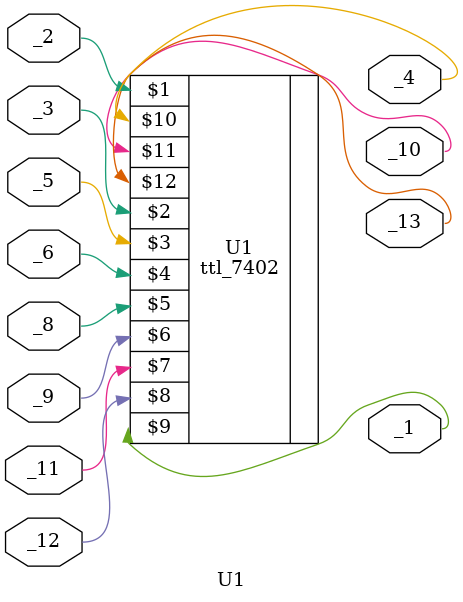
<source format=v>
`include "7402.v"

module sr_latch
(
   input _Reset,
   input _Set,
   output _Q
);


   assign plus5V = 1;
   wire _nQ;
   assign GND = 0;
   wire unconnected__U1_Pad10_;
   wire unconnected__U1_Pad13_;


   D1 _D1(GND, _Q);

   SW1 _SW1(plus5V, _Reset);

   SW2 _SW2(plus5V, _Set);

   U1 _U1(_Q, _Reset, _nQ, _nQ, _Q, _Set, GND, GND, unconnected__U1_Pad10_, GND,
    GND, unconnected__U1_Pad13_);


endmodule


module D1(
   inout K,
   inout A);

endmodule

module SW1(
   inout _1,
   inout _2);

endmodule

module SW2(
   inout _1,
   inout _2);

endmodule

module U1(
   output _1,
   input _2,
   input _3,
   output _4,
   input _5,
   input _6,
   input _8,
   input _9,
   output _10,
   input _11,
   input _12,
   output _13);

ttl_7402 U1(_2, _3, _5, _6, _8, _9, _11, _12, _1, _4, _10, _13);

endmodule


</source>
